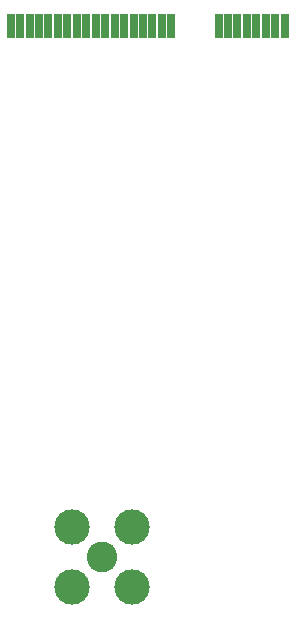
<source format=gbr>
G04 #@! TF.GenerationSoftware,KiCad,Pcbnew,(5.99.0-9801-g46d71f0d23)*
G04 #@! TF.CreationDate,2021-03-16T23:05:54+01:00*
G04 #@! TF.ProjectId,lorawan_e78-868ln22s_minipci,6c6f7261-7761-46e5-9f65-37382d383638,V1.0*
G04 #@! TF.SameCoordinates,Original*
G04 #@! TF.FileFunction,Soldermask,Bot*
G04 #@! TF.FilePolarity,Negative*
%FSLAX46Y46*%
G04 Gerber Fmt 4.6, Leading zero omitted, Abs format (unit mm)*
G04 Created by KiCad (PCBNEW (5.99.0-9801-g46d71f0d23)) date 2021-03-16 23:05:54*
%MOMM*%
%LPD*%
G01*
G04 APERTURE LIST*
G04 Aperture macros list*
%AMRoundRect*
0 Rectangle with rounded corners*
0 $1 Rounding radius*
0 $2 $3 $4 $5 $6 $7 $8 $9 X,Y pos of 4 corners*
0 Add a 4 corners polygon primitive as box body*
4,1,4,$2,$3,$4,$5,$6,$7,$8,$9,$2,$3,0*
0 Add four circle primitives for the rounded corners*
1,1,$1+$1,$2,$3*
1,1,$1+$1,$4,$5*
1,1,$1+$1,$6,$7*
1,1,$1+$1,$8,$9*
0 Add four rect primitives between the rounded corners*
20,1,$1+$1,$2,$3,$4,$5,0*
20,1,$1+$1,$4,$5,$6,$7,0*
20,1,$1+$1,$6,$7,$8,$9,0*
20,1,$1+$1,$8,$9,$2,$3,0*%
G04 Aperture macros list end*
%ADD10RoundRect,0.010000X0.300000X1.000000X-0.300000X1.000000X-0.300000X-1.000000X0.300000X-1.000000X0*%
%ADD11C,2.600000*%
%ADD12C,3.000000*%
G04 APERTURE END LIST*
D10*
X164437843Y-70817433D03*
X163637843Y-70817433D03*
X162837843Y-70817433D03*
X162037843Y-70817433D03*
X161237843Y-70817433D03*
X160437843Y-70817433D03*
X159637843Y-70817433D03*
X158837843Y-70817433D03*
X154837843Y-70817433D03*
X154037843Y-70817433D03*
X153237843Y-70817433D03*
X152437843Y-70817433D03*
X151637843Y-70817433D03*
X150837843Y-70817433D03*
X150037843Y-70817433D03*
X149237843Y-70817433D03*
X148437843Y-70817433D03*
X147637843Y-70817433D03*
X146837843Y-70817433D03*
X146037843Y-70817433D03*
X145237843Y-70817433D03*
X144437843Y-70817433D03*
X143637843Y-70817433D03*
X142837843Y-70817433D03*
X142037843Y-70817433D03*
X141237843Y-70817433D03*
D11*
X148930000Y-115810000D03*
D12*
X146390000Y-113270000D03*
X146390000Y-118350000D03*
X151470000Y-118350000D03*
X151470000Y-113270000D03*
M02*

</source>
